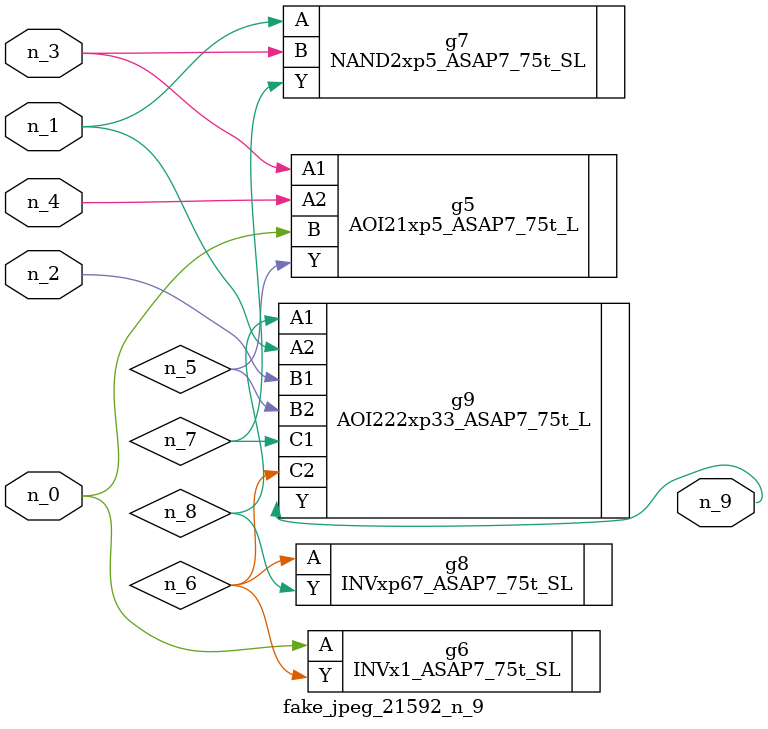
<source format=v>
module fake_jpeg_21592_n_9 (n_3, n_2, n_1, n_0, n_4, n_9);

input n_3;
input n_2;
input n_1;
input n_0;
input n_4;

output n_9;

wire n_8;
wire n_6;
wire n_5;
wire n_7;

AOI21xp5_ASAP7_75t_L g5 ( 
.A1(n_3),
.A2(n_4),
.B(n_0),
.Y(n_5)
);

INVx1_ASAP7_75t_SL g6 ( 
.A(n_0),
.Y(n_6)
);

NAND2xp5_ASAP7_75t_SL g7 ( 
.A(n_1),
.B(n_3),
.Y(n_7)
);

INVxp67_ASAP7_75t_SL g8 ( 
.A(n_6),
.Y(n_8)
);

AOI222xp33_ASAP7_75t_L g9 ( 
.A1(n_8),
.A2(n_1),
.B1(n_2),
.B2(n_5),
.C1(n_7),
.C2(n_6),
.Y(n_9)
);


endmodule
</source>
